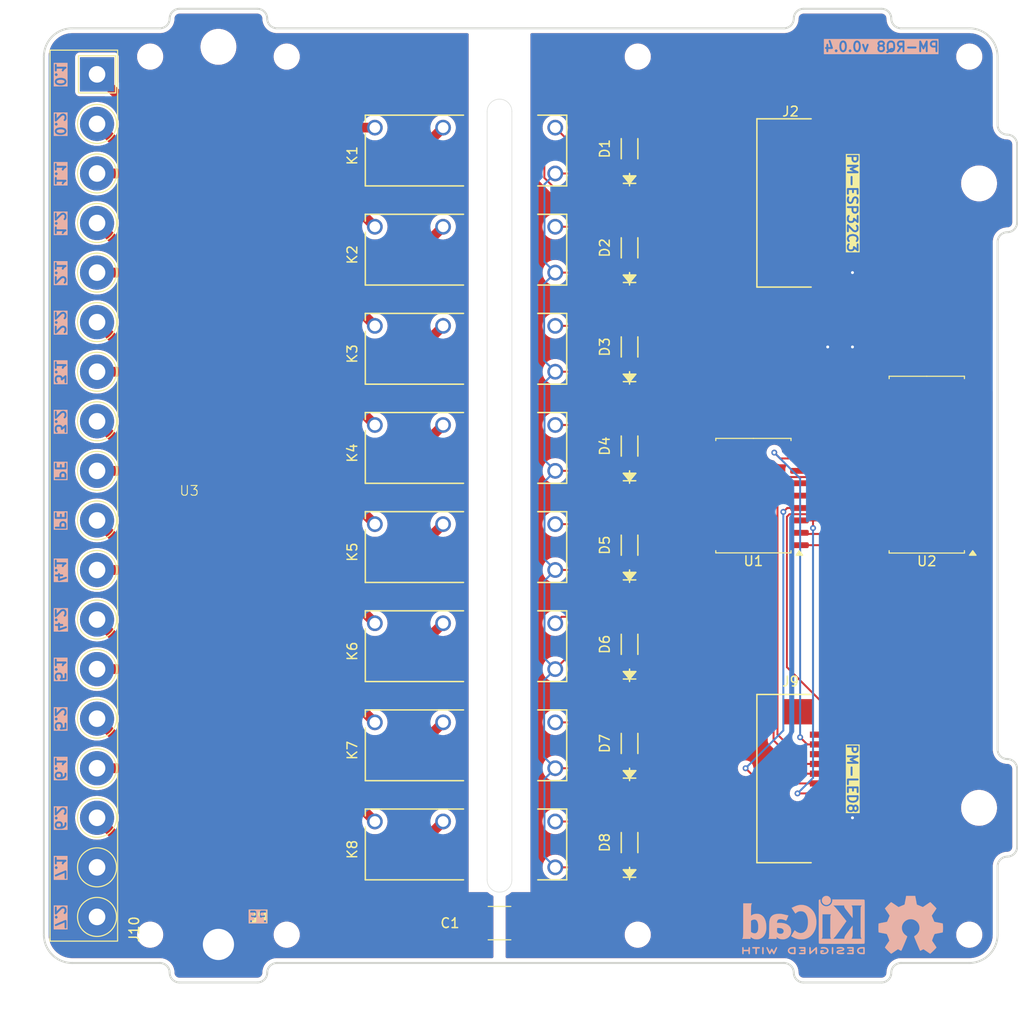
<source format=kicad_pcb>
(kicad_pcb (version 20240108) (generator "pcbnew") (generator_version "8.0")
  (title_block (title "${article} v${version}"))
  (layers (0 "F.Cu" signal) (31 "B.Cu" signal) (34 "B.Paste" user) (35 "F.Paste" user) (36 "B.SilkS" user "B.Silkscreen") (37 "F.SilkS" user "F.Silkscreen") (38 "B.Mask" user) (39 "F.Mask" user) (44 "Edge.Cuts" user))
  (property "article" "PM-RQ8")
  (property "version" "0.0.4")
  (net 0 "")
  (net 1 "GND")
  (net 2 "Net-(J10-Pin_7)")
  (net 3 "Net-(J10-Pin_16)")
  (net 4 "Net-(J10-Pin_5)")
  (net 5 "/K7")
  (net 6 "/K3")
  (net 7 "/K5")
  (net 8 "Net-(J10-Pin_9)")
  (net 9 "/K6")
  (net 10 "/K8")
  (net 11 "/K4")
  (net 12 "/K1")
  (net 13 "/K2")
  (net 14 "Net-(J10-Pin_10)")
  (net 15 "Net-(J10-Pin_4)")
  (net 16 "Net-(J10-Pin_6)")
  (net 17 "Net-(J10-Pin_14)")
  (net 18 "Net-(J10-Pin_8)")
  (net 19 "Net-(J10-Pin_15)")
  (net 20 "Net-(J10-Pin_13)")
  (net 21 "Net-(J10-Pin_12)")
  (net 22 "Net-(J10-Pin_2)")
  (net 23 "Net-(J10-Pin_3)")
  (net 24 "Net-(J10-Pin_1)")
  (net 25 "Net-(J10-Pin_11)")
  (net 26 "+5V")
  (net 27 "PE")
  (net 28 "+3.3V")
  (net 29 "/MOSI")
  (net 30 "/MISO")
  (net 31 "/SCK")
  (net 32 "/K8_exp")
  (net 33 "/K4_exp")
  (net 34 "/K7_exp")
  (net 35 "/K1_exp")
  (net 36 "/K6_exp")
  (net 37 "/K2_exp")
  (net 38 "/K3_exp")
  (net 39 "/K5_exp")
  (net 40 "/CS")
  (footprint "kicad_inventree_lib:SOD-323_STM-M" (layer "F.Cu") (at 85.06 95.22 90)
    (property "Reference" "D4")
    (property "Value" "BAT20J")
  )
  (footprint "kicad_inventree_lib:CONN10_AFA07-S10_JUS" (layer "F.Cu") (at 100.9 129.3 -90)
    (property "Reference" "J9")
    (property "Value" "AFA07-S10FCC-00")
  )
  (footprint "kicad_inventree_lib:G5NB-1A-E_DC12_RELAY_G5NB-1A_DC5_OMR" (layer "F.Cu") (at 59.14 97.76 -90)
    (property "Reference" "K4")
    (property "Value" "G5NB-1A-E-DC5")
  )
  (footprint "NextPCB:ULN2803A" (layer "F.Cu") (at 97.76 100.3 180)
    (property "Reference" "U1")
    (property "Value" "ULN2803A")
  )
  (footprint "kicad_inventree_lib:PM-LED_v0.0.1" (layer "F.Cu") (at 39.9 100.3)
    (property "Reference" "U3")
    (property "Value" "PM-LED8_v0.0.1")
  )
  (footprint "kicad_inventree_lib:G5NB-1A-E_DC12_RELAY_G5NB-1A_DC5_OMR" (layer "F.Cu") (at 59.14 107.92 -90)
    (property "Reference" "K5")
    (property "Value" "G5NB-1A-E-DC5")
  )
  (footprint "NextPCB:Degson_2EDGR-5.08-18P" (layer "F.Cu") (at 30.45 57.12 -90)
    (property "Reference" "J10")
    (property "Value" "2EDGR-5.08-18P")
  )
  (footprint "MountingHole:MountingHole_3.2mm_M3" (layer "F.Cu") (at 120.9 132.3)
    (property "Reference" "H3" (hide yes))
    (property "Value" "MountingHole" (hide yes))
  )
  (footprint "kicad_inventree_lib:G5NB-1A-E_DC12_RELAY_G5NB-1A_DC5_OMR" (layer "F.Cu") (at 59.14 118.08 -90)
    (property "Reference" "K6")
    (property "Value" "G5NB-1A-E-DC5")
  )
  (footprint "kicad_inventree_lib:PM-ESP32C3_v0.0.2" (layer "F.Cu") (at 109.9 100.3)
    (property "Reference" "U5" (hide yes))
    (property "Value" "~")
  )
  (footprint "kicad_inventree_lib:G5NB-1A-E_DC12_RELAY_G5NB-1A_DC5_OMR" (layer "F.Cu") (at 59.14 138.4 -90)
    (property "Reference" "K8")
    (property "Value" "G5NB-1A-E-DC5")
  )
  (footprint "kicad_inventree_lib:G5NB-1A-E_DC12_RELAY_G5NB-1A_DC5_OMR" (layer "F.Cu") (at 59.14 67.28 -90)
    (property "Reference" "K1")
    (property "Value" "G5NB-1A-E-DC5")
  )
  (footprint "kicad_inventree_lib:SOD-323_STM-M" (layer "F.Cu") (at 85.06 135.86 90)
    (property "Reference" "D8")
    (property "Value" "BAT20J")
  )
  (footprint "kicad_inventree_lib:SOD-323_STM-M" (layer "F.Cu") (at 85.06 64.74 90)
    (property "Reference" "D1")
    (property "Value" "BAT20J")
  )
  (footprint "MountingHole:MountingHole_3.2mm_M3" (layer "F.Cu") (at 42.9 54.3)
    (property "Reference" "H1" (hide yes))
    (property "Value" "MountingHole" (hide yes))
  )
  (footprint "kicad_inventree_lib:G5NB-1A-E_DC12_RELAY_G5NB-1A_DC5_OMR" (layer "F.Cu") (at 59.14 128.24 -90)
    (property "Reference" "K7")
    (property "Value" "G5NB-1A-E-DC5")
  )
  (footprint "kicad_inventree_lib:SOD-323_STM-M" (layer "F.Cu") (at 85.06 105.38 90)
    (property "Reference" "D5")
    (property "Value" "BAT20J")
  )
  (footprint "kicad_inventree_lib:SOD-323_STM-M" (layer "F.Cu") (at 85.06 85.06 90)
    (property "Reference" "D3")
    (property "Value" "BAT20J")
  )
  (footprint "kicad_inventree_lib:PE" (layer "F.Cu") (at 42.9 146.3)
    (property "Reference" "PE1" (hide yes))
    (property "Value" "PE")
  )
  (footprint "kicad_inventree_lib:G5NB-1A-E_DC12_RELAY_G5NB-1A_DC5_OMR" (layer "F.Cu") (at 59.14 87.6 -90)
    (property "Reference" "K3")
    (property "Value" "G5NB-1A-E-DC5")
  )
  (footprint "Package_SO:SOIC-28W_7.5x17.9mm_P1.27mm" (layer "F.Cu") (at 115.54 97.125 180)
    (property "Reference" "U2")
    (property "Value" "MCP23S17_SO")
  )
  (footprint "kicad_inventree_lib:G5NB-1A-E_DC12_RELAY_G5NB-1A_DC5_OMR" (layer "F.Cu") (at 59.14 77.44 -90)
    (property "Reference" "K2")
    (property "Value" "G5NB-1A-E-DC5")
  )
  (footprint "Capacitor_SMD:C_1812_4532Metric_Pad1.57x3.40mm_HandSolder" (layer "F.Cu") (at 71.725 144.115)
    (property "Reference" "C1")
    (property "Value" "4.7nF 2kV")
  )
  (footprint "kicad_inventree_lib:CONN10_AFA07-S10_JUS" (layer "F.Cu") (at 100.9 70.3 -90)
    (property "Reference" "J2")
    (property "Value" "AFA07-S10FCC-00")
  )
  (footprint "kicad_inventree_lib:SOD-323_STM-M" (layer "F.Cu") (at 85.06 125.7 90)
    (property "Reference" "D7")
    (property "Value" "BAT20J")
  )
  (footprint "kicad_inventree_lib:SOD-323_STM-M" (layer "F.Cu") (at 85.06 115.54 90)
    (property "Reference" "D6")
    (property "Value" "BAT20J")
  )
  (footprint "MountingHole:MountingHole_3.2mm_M3" (layer "F.Cu") (at 120.9 68.3)
    (property "Reference" "H2" (hide yes))
    (property "Value" "MountingHole" (hide yes))
  )
  (footprint "kicad_inventree_lib:SOD-323_STM-M" (layer "F.Cu") (at 85.06 74.9 90)
    (property "Reference" "D2")
    (property "Value" "BAT20J")
  )
  (footprint "Symbol:OSHW-Symbol_6.7x6mm_SilkScreen" (layer "B.Cu") (at 113.9 144.3 180)
    (property "Reference" "oshw_logo" (hide yes))
    (property "Value" "OSHW-Symbol_6.7x6mm_SilkScreen" (hide yes))
  )
  (footprint "Symbol:KiCad-Logo2_5mm_SilkScreen" (layer "B.Cu") (at 102.9 144.3 180)
    (property "Reference" "kicad_logo" (hide yes))
    (property "Value" "KiCad-Logo2_5mm_SilkScreen" (hide yes))
  )
  (gr_arc (start 123.8 127.3) (mid 123.092893 127.007107) (end 122.8 126.3) (stroke (width 0.2)) (layer "Edge.Cuts"))
  (gr_arc (start 122.8 74.3) (mid 123.092893 73.592893) (end 123.8 73.3) (stroke (width 0.2)) (layer "Edge.Cuts"))
  (gr_arc (start 101.9 51.4) (mid 102.192893 50.692893) (end 102.9 50.4) (stroke (width 0.2)) (layer "Edge.Cuts"))
  (gr_arc (start 102.9 150.2) (mid 102.192893 149.907107) (end 101.9 149.2) (stroke (width 0.2)) (layer "Edge.Cuts"))
  (gr_line (start 122.8 126.3) (end 122.8 74.3) (stroke (width 0.2)) (layer "Edge.Cuts"))
  (gr_line (start 27.9 52.4) (end 36.9 52.4) (stroke (width 0.2)) (layer "Edge.Cuts"))
  (gr_arc (start 123.8 63.3) (mid 123.092893 63.007107) (end 122.8 62.3) (stroke (width 0.2)) (layer "Edge.Cuts"))
  (gr_arc (start 122.8 145.3) (mid 121.95061 147.35061) (end 119.9 148.2) (stroke (width 0.2)) (layer "Edge.Cuts"))
  (gr_line (start 100.9 52.4) (end 48.9 52.4) (stroke (width 0.2)) (layer "Edge.Cuts"))
  (gr_arc (start 46.9 50.4) (mid 47.607107 50.692893) (end 47.9 51.4) (stroke (width 0.2)) (layer "Edge.Cuts"))
  (gr_line (start 36.9 148.2) (end 27.9 148.2) (stroke (width 0.2)) (layer "Edge.Cuts"))
  (gr_line (start 72.995 139.67) (end 72.995 60.93) (stroke (width 0.05)) (layer "Edge.Cuts"))
  (gr_arc (start 47.9 149.2) (mid 47.607107 149.907107) (end 46.9 150.2) (stroke (width 0.2)) (layer "Edge.Cuts"))
  (gr_arc (start 27.9 148.2) (mid 25.84939 147.35061) (end 25 145.3) (stroke (width 0.2)) (layer "Edge.Cuts"))
  (gr_line (start 46.9 150.2) (end 38.9 150.2) (stroke (width 0.2)) (layer "Edge.Cuts"))
  (gr_line (start 25 55.3) (end 25 145.3) (stroke (width 0.2)) (layer "Edge.Cuts"))
  (gr_arc (start 70.455 60.93) (mid 71.725 59.66) (end 72.995 60.93) (stroke (width 0.05)) (layer "Edge.Cuts"))
  (gr_line (start 102.9 50.4) (end 110.9 50.4) (stroke (width 0.2)) (layer "Edge.Cuts"))
  (gr_arc (start 25 55.3) (mid 25.84939 53.24939) (end 27.9 52.4) (stroke (width 0.2)) (layer "Edge.Cuts"))
  (gr_arc (start 124.8 136.3) (mid 124.507107 137.007107) (end 123.8 137.3) (stroke (width 0.2)) (layer "Edge.Cuts"))
  (gr_arc (start 72.995 139.67) (mid 71.725 140.94) (end 70.455 139.67) (stroke (width 0.05)) (layer "Edge.Cuts"))
  (gr_line (start 38.9 50.4) (end 46.9 50.4) (stroke (width 0.2)) (layer "Edge.Cuts"))
  (gr_arc (start 110.9 50.4) (mid 111.607107 50.692893) (end 111.9 51.4) (stroke (width 0.2)) (layer "Edge.Cuts"))
  (gr_arc (start 36.9 148.2) (mid 37.607107 148.492893) (end 37.9 149.2) (stroke (width 0.2)) (layer "Edge.Cuts"))
  (gr_line (start 112.9 52.4) (end 119.9 52.4) (stroke (width 0.2)) (layer "Edge.Cuts"))
  (gr_arc (start 111.9 149.2) (mid 112.192893 148.492893) (end 112.9 148.2) (stroke (width 0.2)) (layer "Edge.Cuts"))
  (gr_arc (start 124.8 72.3) (mid 124.507107 73.007107) (end 123.8 73.3) (stroke (width 0.2)) (layer "Edge.Cuts"))
  (gr_arc (start 122.8 138.3) (mid 123.092893 137.592893) (end 123.8 137.3) (stroke (width 0.2)) (layer "Edge.Cuts"))
  (gr_arc (start 112.9 52.4) (mid 112.192893 52.107107) (end 111.9 51.4) (stroke (width 0.2)) (layer "Edge.Cuts"))
  (gr_line (start 122.8 138.3) (end 122.8 145.3) (stroke (width 0.2)) (layer "Edge.Cuts"))
  (gr_arc (start 111.9 149.2) (mid 111.607107 149.907107) (end 110.9 150.2) (stroke (width 0.2)) (layer "Edge.Cuts"))
  (gr_arc (start 100.9 148.2) (mid 101.607107 148.492893) (end 101.9 149.2) (stroke (width 0.2)) (layer "Edge.Cuts"))
  (gr_arc (start 119.9 52.4) (mid 121.95061 53.24939) (end 122.8 55.3) (stroke (width 0.2)) (layer "Edge.Cuts"))
  (gr_arc (start 37.9 51.4) (mid 37.607107 52.107107) (end 36.9 52.4) (stroke (width 0.2)) (layer "Edge.Cuts"))
  (gr_arc (start 48.9 52.4) (mid 48.192893 52.107107) (end 47.9 51.4) (stroke (width 0.2)) (layer "Edge.Cuts"))
  (gr_arc (start 123.8 63.3) (mid 124.507107 63.592893) (end 124.8 64.3) (stroke (width 0.2)) (layer "Edge.Cuts"))
  (gr_line (start 119.9 148.2) (end 112.9 148.2) (stroke (width 0.2)) (layer "Edge.Cuts"))
  (gr_arc (start 37.9 51.4) (mid 38.192893 50.692893) (end 38.9 50.4) (stroke (width 0.2)) (layer "Edge.Cuts"))
  (gr_line (start 122.8 55.3) (end 122.8 62.3) (stroke (width 0.2)) (layer "Edge.Cuts"))
  (gr_line (start 48.9 148.2) (end 100.9 148.2) (stroke (width 0.2)) (layer "Edge.Cuts"))
  (gr_arc (start 123.8 127.3) (mid 124.507107 127.592893) (end 124.8 128.3) (stroke (width 0.2)) (layer "Edge.Cuts"))
  (gr_line (start 124.8 128.3) (end 124.8 136.3) (stroke (width 0.2)) (layer "Edge.Cuts"))
  (gr_arc (start 101.9 51.4) (mid 101.607107 52.107107) (end 100.9 52.4) (stroke (width 0.2)) (layer "Edge.Cuts"))
  (gr_arc (start 47.9 149.2) (mid 48.192893 148.492893) (end 48.9 148.2) (stroke (width 0.2)) (layer "Edge.Cuts"))
  (gr_line (start 70.455 60.93) (end 70.455 139.67) (stroke (width 0.05)) (layer "Edge.Cuts"))
  (gr_line (start 124.8 64.3) (end 124.8 72.3) (stroke (width 0.2)) (layer "Edge.Cuts"))
  (gr_arc (start 38.9 150.2) (mid 38.192893 149.907107) (end 37.9 149.2) (stroke (width 0.2)) (layer "Edge.Cuts"))
  (gr_line (start 110.9 150.2) (end 102.9 150.2) (stroke (width 0.2)) (layer "Edge.Cuts"))
  (gr_text "PE" (at 26.67 97.79 270) (layer "B.SilkS" knockout) (effects (font (size 1 1) (thickness 0.2) (bold yes)) (justify mirror)))
  (gr_text "0.2" (at 26.67 62.23 270) (layer "B.SilkS" knockout) (effects (font (size 1 1) (thickness 0.2) (bold yes)) (justify mirror)))
  (gr_text "7.2" (at 26.67 143.51 270) (layer "B.SilkS" knockout) (effects (font (size 1 1) (thickness 0.2) (bold yes)) (justify mirror)))
  (gr_text "2.2" (at 26.67 82.55 270) (layer "B.SilkS" knockout) (effects (font (size 1 1) (thickness 0.2) (bold yes)) (justify mirror)))
  (gr_text "${article} v${version}" (at 116.9 54.3 0) (layer "B.SilkS" knockout) (effects (font (size 1 1) (thickness 0.2) (bold yes)) (justify left mirror)))
  (gr_text "1.1" (at 26.67 67.31 270) (layer "B.SilkS" knockout) (effects (font (size 1 1) (thickness 0.2) (bold yes)) (justify mirror)))
  (gr_text "2.1" (at 26.67 77.47 270) (layer "B.SilkS" knockout) (effects (font (size 1 1) (thickness 0.2) (bold yes)) (justify mirror)))
  (gr_text "7.1" (at 26.67 138.43 270) (layer "B.SilkS" knockout) (effects (font (size 1 1) (thickness 0.2) (bold yes)) (justify mirror)))
  (gr_text "0.1" (at 26.67 57.15 270) (layer "B.SilkS" knockout) (effects (font (size 1 1) (thickness 0.2) (bold yes)) (justify mirror)))
  (gr_text "4.1" (at 26.67 107.95 270) (layer "B.SilkS" knockout) (effects (font (size 1 1) (thickness 0.2) (bold yes)) (justify mirror)))
  (gr_text "4.2" (at 26.67 113.03 270) (layer "B.SilkS" knockout) (effects (font (size 1 1) (thickness 0.2) (bold yes)) (justify mirror)))
  (gr_text "6.1" (at 26.67 128.27 270) (layer "B.SilkS" knockout) (effects (font (size 1 1) (thickness 0.2) (bold yes)) (justify mirror)))
  (gr_text "PE" (at 26.67 102.87 270) (layer "B.SilkS" knockout) (effects (font (size 1 1) (thickness 0.2) (bold yes)) (justify mirror)))
  (gr_text "PE" (at 46.96 143.48 -0) (layer "B.SilkS" knockout) (effects (font (size 1 1) (thickness 0.2) (bold yes)) (justify mirror)))
  (gr_text "5.1" (at 26.67 118.11 270) (layer "B.SilkS" knockout) (effects (font (size 1 1) (thickness 0.2) (bold yes)) (justify mirror)))
  (gr_text "3.1" (at 26.67 87.63 270) (layer "B.SilkS" knockout) (effects (font (size 1 1) (thickness 0.2) (bold yes)) (justify mirror)))
  (gr_text "6.2" (at 26.67 133.35 270) (layer "B.SilkS" knockout) (effects (font (size 1 1) (thickness 0.2) (bold yes)) (justify mirror)))
  (gr_text "1.2" (at 26.67 72.39 270) (layer "B.SilkS" knockout) (effects (font (size 1 1) (thickness 0.2) (bold yes)) (justify mirror)))
  (gr_text "5.2" (at 26.67 123.19 270) (layer "B.SilkS" knockout) (effects (font (size 1 1) (thickness 0.2) (bold yes)) (justify mirror)))
  (gr_text "3.2" (at 26.67 92.71 270) (layer "B.SilkS" knockout) (effects (font (size 1 1) (thickness 0.2) (bold yes)) (justify mirror)))
  (gr_text "PM-LED8" (at 107.9 129.3 -90) (layer "F.SilkS" knockout) (effects (font (size 1 1) (thickness 0.2) (bold yes))))
  (gr_text "PM-ESP32C3" (at 107.9 70.3 270) (layer "F.SilkS" knockout) (effects (font (size 1 1) (thickness 0.2) (bold yes))))
  (gr_text "PE" (at 46.96 143.48 0) (layer "F.SilkS" knockout) (effects (font (size 1 1) (thickness 0.2) (bold yes))))
  (segment (start 107.440009 133.799991) (end 107.92 133.32) (width 0.2) (layer "F.Cu") (net 1))
  (segment (start 110.89 88.87) (end 110.89 91.41) (width 0.2) (layer "F.Cu") (net 1))
  (segment (start 104.456 133.799991) (end 107.440009 133.799991) (width 0.2) (layer "F.Cu") (net 1))
  (via (at 107.92 85.06) (size 0.6) (drill 0.3) (layers "F.Cu" "B.Cu") (net 1))
  (via (at 107.92 77.44) (size 0.6) (drill 0.3) (layers "F.Cu" "B.Cu") (net 1))
  (via (at 107.92 133.32) (size 0.6) (drill 0.3) (layers "F.Cu" "B.Cu") (net 1))
  (via (at 105.38 85.06) (size 0.6) (drill 0.3) (layers "F.Cu" "B.Cu") (net 1))
  (segment (start 58.94 93.06) (end 53.48 87.6) (width 1) (layer "F.Cu") (net 2))
  (segment (start 53.48 87.6) (end 30.45 87.6) (width 1) (layer "F.Cu") (net 2))
  (segment (start 65.94 133.7) (end 64.136 135.504) (width 1) (layer "F.Cu") (net 3))
  (segment (start 64.136 135.504) (end 32.634 135.504) (width 1) (layer "F.Cu") (net 3))
  (segment (start 32.634 135.504) (end 30.45 133.32) (width 1) (layer "F.Cu") (net 3))
  (segment (start 58.94 82.9) (end 53.48 77.44) (width 1) (layer "F.Cu") (net 4))
  (segment (start 53.48 77.44) (end 30.45 77.44) (width 1) (layer "F.Cu") (net 4))
  (segment (start 83.4746 123.54) (end 84.4916 124.557) (width 0.2) (layer "F.Cu") (net 5))
  (segment (start 92.7046 104.11) (end 93.035 104.11) (width 0.2) (layer "F.Cu") (net 5))
  (segment (start 77.44 123.54) (end 83.4746 123.54) (width 0.2) (layer "F.Cu") (net 5))
  (segment (start 91.4848 115.5298) (end 91.4848 105.3298) (width 0.2) (layer "F.Cu") (net 5))
  (segment (start 85.06 124.557) (end 84.4916 124.557) (width 0.2) (layer "F.Cu") (net 5))
  (segment (start 91.4848 105.3298) (end 92.7046 104.11) (width 0.2) (layer "F.Cu") (net 5))
  (segment (start 83.4746 123.54) (end 91.4848 115.5298) (width 0.2) (layer "F.Cu") (net 5))
  (segment (start 85.6284 92.0143) (end 85.6284 83.917) (width 0.2) (layer "F.Cu") (net 6))
  (segment (start 93.035 99.03) (end 92.6441 99.03) (width 0.2) (layer "F.Cu") (net 6))
  (segment (start 85.06 83.917) (end 84.4916 83.917) (width 0.2) (layer "F.Cu") (net 6))
  (segment (start 85.06 83.917) (end 85.6284 83.917) (width 0.2) (layer "F.Cu") (net 6))
  (segment (start 77.44 82.9) (end 83.4746 82.9) (width 0.2) (layer "F.Cu") (net 6))
  (segment (start 92.6441 99.03) (end 85.6284 92.0143) (width 0.2) (layer "F.Cu") (net 6))
  (segment (start 83.4746 82.9) (end 84.4916 83.917) (width 0.2) (layer "F.Cu") (net 6))
  (segment (start 77.44 103.22) (end 83.4746 103.22) (width 0.2) (layer "F.Cu") (net 7))
  (segment (start 88.2954 101.57) (end 85.6284 104.237) (width 0.2) (layer "F.Cu") (net 7))
  (segment (start 93.035 101.57) (end 88.2954 101.57) (width 0.2) (layer "F.Cu") (net 7))
  (segment (start 85.06 104.237) (end 85.6284 104.237) (width 0.2) (layer "F.Cu") (net 7))
  (segment (start 83.4746 103.22) (end 84.4916 104.237) (width 0.2) (layer "F.Cu") (net 7))
  (segment (start 85.06 104.237) (end 84.4916 104.237) (width 0.2) (layer "F.Cu") (net 7))
  (segment (start 53.48 97.76) (end 30.45 97.76) (width 1) (layer "F.Cu") (net 8))
  (segment (start 58.94 103.22) (end 53.48 97.76) (width 1) (layer "F.Cu") (net 8))
  (segment (start 93.035 102.84) (end 92.6949 102.84) (width 0.2) (layer "F.Cu") (net 9))
  (segment (start 82.8148 112.7201) (end 84.4916 114.397) (width 0.2) (layer "F.Cu") (net 9))
  (segment (start 77.44 113.38) (end 78.0999 112.7201) (width 0.2) (layer "F.Cu") (net 9))
  (segment (start 82.8147 112.7201) (end 82.8148 112.7201) (width 0.2) (layer "F.Cu") (net 9))
  (segment (start 85.06 114.397) (end 84.4916 114.397) (width 0.2) (layer "F.Cu") (net 9))
  (segment (start 92.6949 102.84) (end 82.8148 112.7201) (width 0.2) (layer "F.Cu") (net 9))
  (segment (start 78.0999 112.7201) (end 82.8147 112.7201) (width 0.2) (layer "F.Cu") (net 9))
  (segment (start 85.06 134.717) (end 85.6284 134.717) (width 0.2) (layer "F.Cu") (net 10))
  (segment (start 93.035 105.38) (end 93.035 127.3104) (width 0.2) (layer "F.Cu") (net 10))
  (segment (start 77.44 133.7) (end 83.4746 133.7) (width 0.2) (layer "F.Cu") (net 10))
  (segment (start 85.06 134.717) (end 84.4916 134.717) (width 0.2) (layer "F.Cu") (net 10))
  (segment (start 83.4746 133.7) (end 84.4916 134.717) (width 0.2) (layer "F.Cu") (net 10))
  (segment (start 93.035 127.3104) (end 85.6284 134.717) (width 0.2) (layer "F.Cu") (net 10))
  (segment (start 93.035 100.3) (end 91.8514 100.3) (width 0.2) (layer "F.Cu") (net 11))
  (segment (start 85.06 94.077) (end 85.6284 94.077) (width 0.2) (layer "F.Cu") (net 11))
  (segment (start 83.4746 93.06) (end 84.4916 94.077) (width 0.2) (layer "F.Cu") (net 11))
  (segment (start 91.8514 100.3) (end 85.6284 94.077) (width 0.2) (layer "F.Cu") (net 11))
  (segment (start 77.44 93.06) (end 83.4746 93.06) (width 0.2) (layer "F.Cu") (net 11))
  (segment (start 85.06 94.077) (end 84.4916 94.077) (width 0.2) (layer "F.Cu") (net 11))
  (segment (start 84.4916 63.597) (end 78.5649 63.597) (width 0.2) (layer "F.Cu") (net 12))
  (segment (start 76.3241 65.8378) (end 76.3241 67.732) (width 0.2) (layer "F.Cu") (net 12))
  (segment (start 84.5267 71.6867) (end 91.4849 78.6449) (width 0.2) (layer "F.Cu") (net 12))
  (segment (start 76.3241 67.732) (end 80.2788 71.6867) (width 0.2) (layer "F.Cu") (net 12))
  (segment (start 80.2788 71.6867) (end 84.5267 71.6867) (width 0.2) (layer "F.Cu") (net 12))
  (segment (start 77.44 62.58) (end 78.511 63.6509) (width 0.2) (layer "F.Cu") (net 12))
  (segment (start 85.06 63.597) (end 84.4916 63.597) (width 0.2) (layer "F.Cu") (net 12))
  (segment (start 91.4849 95.2702) (end 92.7047 96.49) (width 0.2) (layer "F.Cu") (net 12))
  (segment (start 91.4849 78.6449) (end 91.4849 95.2702) (width 0.2) (layer "F.Cu") (net 12))
  (segment (start 92.7047 96.49) (end 93.035 96.49) (width 0.2) (layer "F.Cu") (net 12))
  (segment (start 78.511 63.6509) (end 76.3241 65.8378) (width 0.2) (layer "F.Cu") (net 12))
  (segment (start 78.5649 63.597) (end 78.511 63.6509) (width 0.2) (layer "F.Cu") (net 12))
  (segment (start 85.06 73.757) (end 84.4916 73.757) (width 0.2) (layer "F.Cu") (net 13))
  (segment (start 86.2838 74.4124) (end 85.6284 73.757) (width 0.2) (layer "F.Cu") (net 13))
  (segment (start 92.6951 97.76) (end 86.2838 91.3487) (width 0.2) (layer "F.Cu") (net 13))
  (segment (start 83.4746 72.74) (end 84.4916 73.757) (width 0.2) (layer "F.Cu") (net 13))
  (segment (start 93.035 97.76) (end 92.6951 97.76) (width 0.2) (layer "F.Cu") (net 13))
  (segment (start 85.06 73.757) (end 85.6284 73.757) (width 0.2) (layer "F.Cu") (net 13))
  (segment (start 86.2838 91.3487) (end 86.2838 74.4124) (width 0.2) (layer "F.Cu") (net 13))
  (segment (start 77.44 72.74) (end 83.4746 72.74) (width 0.2) (layer "F.Cu") (net 13))
  (segment (start 32.634 105.024) (end 30.45 102.84) (width 1) (layer "F.Cu") (net 14))
  (segment (start 65.94 103.22) (end 64.136 105.024) (width 1) (layer "F.Cu") (net 14))
  (segment (start 64.136 105.024) (end 32.634 105.024) (width 1) (layer "F.Cu") (net 14))
  (segment (start 64.136 74.544) (end 32.634 74.544) (width 1) (layer "F.Cu") (net 15))
  (segment (start 65.94 72.74) (end 64.136 74.544) (width 1) (layer "F.Cu") (net 15))
  (segment (start 32.634 74.544) (end 30.45 72.36) (width 1) (layer "F.Cu") (net 15))
  (segment (start 32.634 84.704) (end 30.45 82.52) (width 1) (layer "F.Cu") (net 16))
  (segment (start 65.94 82.9) (end 64.136 84.704) (width 1) (layer "F.Cu") (net 16))
  (segment (start 64.136 84.704) (end 32.634 84.704) (width 1) (layer "F.Cu") (net 16))
  (segment (start 64.136 125.344) (end 32.634 125.344) (width 1) (layer "F.Cu") (net 17))
  (segment (start 65.94 123.54) (end 64.136 125.344) (width 1) (layer "F.Cu") (net 17))
  (segment (start 32.634 125.344) (end 30.45 123.16) (width 1) (layer "F.Cu") (net 17))
  (segment (start 32.634 94.864) (end 30.45 92.68) (width 1) (layer "F.Cu") (net 18))
  (segment (start 64.136 94.864) (end 32.634 94.864) (width 1) (layer "F.Cu") (net 18))
  (segment (start 65.94 93.06) (end 64.136 94.864) (width 1) (layer "F.Cu") (net 18))
  (segment (start 53.48 128.24) (end 30.45 128.24) (width 1) (layer "F.Cu") (net 19))
  (segment (start 58.94 133.7) (end 53.48 128.24) (width 1) (layer "F.Cu") (net 19))
  (segment (start 58.94 123.54) (end 53.48 118.08) (width 1) (layer "F.Cu") (net 20))
  (segment (start 53.48 118.08) (end 30.45 118.08) (width 1) (layer "F.Cu") (net 20))
  (segment (start 65.94 113.38) (end 64.136 115.184) (width 1) (layer "F.Cu") (net 21))
  (segment (start 32.634 115.184) (end 30.45 113) (width 1) (layer "F.Cu") (net 21))
  (segment (start 64.136 115.184) (end 32.634 115.184) (width 1) (layer "F.Cu") (net 21))
  (segment (start 32.634 64.384) (end 30.45 62.2) (width 1) (layer "F.Cu") (net 22))
  (segment (start 64.136 64.384) (end 32.634 64.384) (width 1) (layer "F.Cu") (net 22))
  (segment (start 65.94 62.58) (end 64.136 64.384) (width 1) (layer "F.Cu") (net 22))
  (segment (start 53.48 67.28) (end 30.45 67.28) (width 1) (layer "F.Cu") (net 23))
  (segment (start 58.94 72.74) (end 53.48 67.28) (width 1) (layer "F.Cu") (net 23))
  (segment (start 35.91 62.58) (end 30.45 57.12) (width 1) (layer "F.Cu") (net 24))
  (segment (start 58.94 62.58) (end 35.91 62.58) (width 1) (layer "F.Cu") (net 24))
  (segment (start 58.94 113.38) (end 53.48 107.92) (width 1) (layer "F.Cu") (net 25))
  (segment (start 53.48 107.92) (end 30.45 107.92) (width 1) (layer "F.Cu") (net 25))
  (segment (start 85.06 65.883) (end 85.6284 65.883) (width 0.2) (layer "F.Cu") (net 26))
  (segment (start 85.06 76.043) (end 84.4916 76.043) (width 0.2) (layer "F.Cu") (net 26))
  (segment (start 104.456 65.8) (end 85.7114 65.8) (width 0.2) (layer "F.Cu") (net 26))
  (segment (start 85.06 137.003) (end 84.4916 137.003) (width 0.2) (layer "F.Cu") (net 26))
  (segment (start 85.06 116.683) (end 78.837 116.683) (width 0.2) (layer "F.Cu") (net 26))
  (segment (start 77.44 67.28) (end 83.0946 67.28) (width 0.2) (layer "F.Cu") (net 26))
  (segment (start 85.7114 65.8) (end 85.6284 65.883) (width 0.2) (layer "F.Cu") (net 26))
  (segment (start 78.837 116.683) (end 77.44 118.08) (width 0.2) (layer "F.Cu") (net 26))
  (segment (start 94.3156 96.1482) (end 94.3156 101.8884) (width 0.2) (layer "F.Cu") (net 26))
  (segment (start 77.44 138.4) (end 83.0946 138.4) (width 0.2) (layer "F.Cu") (net 26))
  (segment (start 83.0946 77.44) (end 84.4916 76.043) (width 0.2) (layer "F.Cu") (net 26))
  (segment (start 93.3874 95.22) (end 94.3156 96.1482) (width 0.2) (layer "F.Cu") (net 26))
  (segment (start 85.06 126.843) (end 84.4916 126.843) (width 0.2) (layer "F.Cu") (net 26))
  (segment (start 77.44 128.24) (end 83.0946 128.24) (width 0.2) (layer "F.Cu") (net 26))
  (segment (start 93.035 95.22) (end 93.3874 95.22) (width 0.2) (layer "F.Cu") (net 26))
  (segment (start 83.0946 97.76) (end 84.4916 96.363) (width 0.2) (layer "F.Cu") (net 26))
  (segment (start 85.06 65.883) (end 84.4916 65.883) (width 0.2) (layer "F.Cu") (net 26))
  (segment (start 77.44 87.6) (end 83.0946 87.6) (width 0.2) (layer "F.Cu") (net 26))
  (segment (start 83.0946 138.4) (end 84.4916 137.003) (width 0.2) (layer "F.Cu") (net 26))
  (segment (start 93.999 102.205) (end 89.9464 102.205) (width 0.2) (layer "F.Cu") (net 26))
  (segment (start 83.0946 107.92) (end 84.4916 106.523) (width 0.2) (layer "F.Cu") (net 26))
  (segment (start 83.0946 87.6) (end 84.4916 86.203) (width 0.2) (layer "F.Cu") (net 26))
  (segment (start 85.06 106.523) (end 84.4916 106.523) (width 0.2) (layer "F.Cu") (net 26))
  (segment (start 94.3156 101.8884) (end 93.999 102.205) (width 0.2) (layer "F.Cu") (net 26))
  (segment (start 77.44 97.76) (end 83.0946 97.76) (width 0.2) (layer "F.Cu") (net 26))
  (segment (start 83.0946 67.28) (end 84.4916 65.883) (width 0.2) (layer "F.Cu") (net 26))
  (segment (start 83.0946 128.24) (end 84.4916 126.843) (width 0.2) (layer "F.Cu") (net 26))
  (segment (start 85.06 106.523) (end 85.6284 106.523) (width 0.2) (layer "F.Cu") (net 26))
  (segment (start 85.06 96.363) (end 84.4916 96.363) (width 0.2) (layer "F.Cu") (net 26))
  (segment (start 77.44 107.92) (end 83.0946 107.92) (width 0.2) (layer "F.Cu") (net 26))
  (segment (start 89.9464 102.205) (end 85.6284 106.523) (width 0.2) (layer "F.Cu") (net 26))
  (segment (start 77.44 77.44) (end 83.0946 77.44) (width 0.2) (layer "F.Cu") (net 26))
  (segment (start 85.06 86.203) (end 84.4916 86.203) (width 0.2) (layer "F.Cu") (net 26))
  (segment (start 77.44 138.4) (end 76.3343 137.2943) (width 0.2) (layer "B.Cu") (net 26))
  (segment (start 76.2966 78.5834) (end 76.2966 86.4566) (width 0.2) (layer "B.Cu") (net 26))
  (segment (start 77.44 118.08) (end 76.2966 119.2234) (width 0.2) (layer "B.Cu") (net 26))
  (segment (start 76.3343 129.3457) (end 77.44 128.24) (width 0.2) (layer "B.Cu") (net 26))
  (segment (start 77.44 87.6) (end 76.3343 88.7057) (width 0.2) (layer "B.Cu") (net 26))
  (segment (start 77.44 118.08) (end 76.3343 116.9743) (width 0.2) (layer "B.Cu") (net 26))
  (segment (start 76.3343 106.8143) (end 76.3343 98.8657) (width 0.2) (layer "B.Cu") (net 26))
  (segment (start 76.3343 137.2943) (end 76.3343 129.3457) (width 0.2) (layer "B.Cu") (net 26))
  (segment (start 76.3343 88.7057) (end 76.3343 96.6543) (width 0.2) (layer "B.Cu") (net 26))
  (segment (start 76.2966 86.4566) (end 77.44 87.6) (width 0.2) (layer "B.Cu") (net 26))
  (segment (start 77.44 107.92) (end 76.3343 106.8143) (width 0.2) (layer "B.Cu") (net 26))
  (segment (start 77.44 77.44) (end 76.2966 78.5834) (width 0.2) (layer "B.Cu") (net 26))
  (segment (start 76.3343 68.3857) (end 77.44 67.28) (width 0.2) (layer "B.Cu") (net 26))
  (segment (start 76.2966 119.2234) (end 76.2966 127.0966) (width 0.2) (layer "B.Cu") (net 26))
  (segment (start 76.3343 116.9743) (end 76.3343 109.0257) (width 0.2) (layer "B.Cu") (net 26))
  (segment (start 76.3343 96.6543) (end 77.44 97.76) (width 0.2) (layer "B.Cu") (net 26))
  (segment (start 76.3343 109.0257) (end 77.44 107.92) (width 0.2) (layer "B.Cu") (net 26))
  (segment (start 76.3343 98.8657) (end 77.44 97.76) (width 0.2) (layer "B.Cu") (net 26))
  (segment (start 76.2966 127.0966) (end 77.44 128.24) (width 0.2) (layer "B.Cu") (net 26))
  (segment (start 77.44 77.44) (end 76.3343 76.3343) (width 0.2) (layer "B.Cu") (net 26))
  (segment (start 76.3343 76.3343) (end 76.3343 68.3857) (width 0.2) (layer "B.Cu") (net 26))
  (segment (start 103.2526 66.8) (end 100.4814 69.5712) (width 0.2) (layer "F.Cu") (net 28))
  (segment (start 104.456 66.8) (end 103.2526 66.8) (width 0.2) (layer "F.Cu") (net 28))
  (segment (start 111.4154 92.68) (end 113.9554 95.22) (width 0.2) (layer "F.Cu") (net 28))
  (segment (start 100.4814 69.5712) (end 100.4814 82.7208) (width 0.2) (layer "F.Cu") (net 28))
  (segment (start 110.4406 92.68) (end 110.89 92.68) (width 0.2) (layer "F.Cu") (net 28))
  (segment (start 110.89 92.68) (end 111.4154 92.68) (width 0.2) (layer "F.Cu") (net 28))
  (segment (start 113.9554 95.22) (end 120.19 95.22) (width 0.2) (layer "F.Cu") (net 28))
  (segment (start 100.4814 82.7208) (end 110.4406 92.68) (width 0.2) (layer "F.Cu") (net 28))
  (segment (start 121.5525 89.2361) (end 121.5525 83.6931) (width 0.2) (layer "F.Cu") (net 29))
  (segment (start 104.456 67.8) (end 105.6594 67.8) (width 0.2) (layer "F.Cu") (net 29))
  (segment (start 120.6486 90.14) (end 121.5525 89.2361) (width 0.2) (layer "F.Cu") (net 29))
  (segment (start 121.5525 83.6931) (end 105.6594 67.8) (width 0.2) (layer "F.Cu") (net 29))
  (segment (start 120.19 90.14) (end 120.6486 90.14) (width 0.2) (layer "F.Cu") (net 29))
  (segment (start 104.456 68.8) (end 105.6594 68.8) (width 0.2) (layer "F.Cu") (net 30))
  (segment (start 120.19 83.3306) (end 105.6594 68.8) (width 0.2) (layer "F.Cu") (net 30))
  (segment (start 120.19 88.87) (end 120.19 83.3306) (width 0.2) (layer "F.Cu") (net 30))
  (segment (start 119.7757 91.41) (end 109.063 80.6973) (width 0.2) (layer "F.Cu") (net 31))
  (segment (start 120.19 91.41) (end 119.7757 91.41) (width 0.2) (layer "F.Cu") (net 31))
  (segment (start 105.275201 69.8) (end 104.456 69.8) (width 0.2) (layer "F.Cu") (net 31))
  (segment (start 109.063 73.587799) (end 105.275201 69.8) (width 0.2) (layer "F.Cu") (net 31))
  (segment (start 109.063 80.6973) (end 109.063 73.587799) (width 0.2) (layer "F.Cu") (net 31))
  (segment (start 106.0695 132.3899) (end 105.6594 132.8) (width 0.2) (layer "F.Cu") (net 32))
  (segment (start 104.456 132.8) (end 105.6594 132.8) (width 0.2) (layer "F.Cu") (net 32))
  (segment (start 110.89 105.38) (end 106.0695 105.38) (width 0.2) (layer "F.Cu") (net 32))
  (segment (start 106.0695 105.38) (end 106.0695 132.3899) (width 0.2) (layer "F.Cu") (net 32))
  (segment (start 106.0695 105.38) (end 102.485 105.38) (width 0.2) (layer "F.Cu") (net 32))
  (segment (start 112.2468 99.4016) (end 112.2468 98.6971) (width 0.2) (layer "F.Cu") (net 33))
  (segment (start 111.9447 98.395) (end 101.4717 98.395) (width 0.2) (layer "F.Cu") (net 33))
  (segment (start 101.4717 98.395) (end 99.8279 100.0388) (width 0.2) (layer "F.Cu") (net 33))
  (segment (start 111.3484 100.3) (end 112.2468 99.4016) (width 0.2) (layer "F.Cu") (net 33))
  (segment (start 102.485 100.3) (end 110.89 100.3) (width 0.2) (layer "F.Cu") (net 33))
  (segment (start 110.89 100.3) (end 111.3484 100.3) (width 0.2) (layer "F.Cu") (net 33))
  (segment (start 104.456 128.8) (end 103.2526 128.8) (width 0.2) (layer "F.Cu") (net 33))
  (segment (start 99.8279 125.3753) (end 103.2526 128.8) (width 0.2) (layer "F.Cu") (net 33))
  (segment (start 112.2468 98.6971) (end 111.9447 98.395) (width 0.2) (layer "F.Cu") (net 33))
  (segment (start 99.8279 100.0388) (end 99.8279 125.3753) (width 0.2) (layer "F.Cu") (net 33))
  (segment (start 110.7729 104.2271) (end 110.89 104.11) (width 0.2) (layer "F.Cu") (net 34))
  (segment (start 102.485 104.11) (end 102.6021 104.2271) (width 0.2) (layer "F.Cu") (net 34))
  (segment (start 103.2526 131.8) (end 103.2526 134.3078) (width 0.2) (layer "F.Cu") (net 34))
  (segment (start 111.3394 104.11) (end 110.89 104.11) (width 0.2) (layer "F.Cu") (net 34))
  (segment (start 108.9798 134.4192) (end 112.2244 131.1746) (width 0.2) (layer "F.Cu") (net 34))
  (segment (start 112.2244 104.995) (end 111.3394 104.11) (width 0.2) (layer "F.Cu") (net 34))
  (segment (start 102.6021 104.2271) (end 110.7729 104.2271) (width 0.2) (layer "F.Cu") (net 34))
  (segment (start 112.2244 131.1746) (end 112.2244 104.995) (width 0.2) (layer "F.Cu") (net 34))
  (segment (start 103.2526 134.3078) (end 103.364 134.4192) (width 0.2) (layer "F.Cu") (net 34))
  (segment (start 103.364 134.4192) (end 108.9798 134.4192) (width 0.2) (layer "F.Cu") (net 34))
  (segment (start 104.456 131.8) (end 103.2526 131.8) (width 0.2) (layer "F.Cu") (net 34))
  (segment (start 110.89 96.49) (end 102.485 96.49) (width 0.2) (layer "F.Cu") (net 35))
  (segment (start 103.2526 125.7694) (end 103.2526 125.8) (width 0.2) (layer "F.Cu") (net 35))
  (segment (start 104.456 125.8) (end 103.2526 125.8) (width 0.2) (layer "F.Cu") (net 35))
  (segment (start 100.5028 96.49) (end 99.9006 95.8878) (width 0.2) (layer "F.Cu") (net 35))
  (segment (start 102.5509 125.0677) (end 103.2526 125.7694) (width 0.2) (layer "F.Cu") (net 35))
  (segment (start 102.485 96.49) (end 100.5028 96.49) (width 0.2) (layer "F.Cu") (net 35))
  (via (at 99.9006 95.8878) (size 0.6) (drill 0.3) (layers "F.Cu" "B.Cu") (net 35))
  (via (at 102.5509 125.0677) (size 0.6) (drill 0.3) (layers "F.Cu" "B.Cu") (net 35))
  (segment (start 102.5509 98.5381) (end 102.5509 125.0677) (width 0.2) (layer "B.Cu") (net 35))
  (segment (start 99.9006 95.8878) (end 102.5509 98.5381) (width 0.2) (layer "B.Cu") (net 35))
  (segment (start 102.2839 130.822) (end 103.2306 130.822) (width 0.2) (layer "F.Cu") (net 36))
  (segment (start 103.874 102.84) (end 103.874 103.6254) (width 0.2) (layer "F.Cu") (net 36))
  (segment (start 103.874 102.84) (end 102.485 102.84) (width 0.2) (layer "F.Cu") (net 36))
  (segment (start 104.456 130.8) (end 103.2526 130.8) (width 0.2) (layer "F.Cu") (net 36))
  (segment (start 103.2306 130.822) (end 103.2526 130.8) (width 0.2) (layer "F.Cu") (net 36))
  (segment (start 110.89 102.84) (end 103.874 102.84) (width 0.2) (layer "F.Cu") (net 36))
  (via (at 103.874 103.6254) (size 0.6) (drill 0.3) (layers "F.Cu" "B.Cu") (net 36))
  (via (at 102.2839 130.822) (size 0.6) (drill 0.3) (layers "F.Cu" "B.Cu") (net 36))
  (segment (start 103.874 129.2319) (end 102.2839 130.822) (width 0.2) (layer "B.Cu") (net 36))
  (segment (start 103.874 103.6254) (end 103.874 129.2319) (width 0.2) (layer "B.Cu") (net 36))
  (segment (start 101.1911 117.8753) (end 101.1911 102.473) (width 0.2) (layer "F.Cu") (net 37))
  (segment (start 112.67 101.5396) (end 112.67 98.5234) (width 0.2) (layer "F.Cu") (net 37))
  (segment (start 112.67 98.5234) (end 111.9066 97.76) (width 0.2) (layer "F.Cu") (net 37))
  (segment (start 101.1911 102.473) (end 101.4591 102.205) (width 0.2) (layer "F.Cu") (net 37))
  (segment (start 112.0046 102.205) (end 112.67 101.5396) (width 0.2) (layer "F.Cu") (net 37))
  (segment (start 105.6594 122.3436) (end 101.1911 117.8753) (width 0.2) (layer "F.Cu") (net 37))
  (segment (start 102.485 97.76) (end 110.89 97.76) (width 0.2) (layer "F.Cu") (net 37))
  (segment (start 105.6594 126.8) (end 105.6594 122.3436) (width 0.2) (layer "F.Cu") (net 37))
  (segment (start 104.456 126.8) (end 105.6594 126.8) (width 0.2) (layer "F.Cu") (net 37))
  (segment (start 111.9066 97.76) (end 110.89 97.76) (width 0.2) (layer "F.Cu") (net 37))
  (segment (start 101.4591 102.205) (end 112.0046 102.205) (width 0.2) (layer "F.Cu") (net 37))
  (segment (start 102.485 99.03) (end 102.091 99.03) (width 0.2) (layer "F.Cu") (net 38))
  (segment (start 104.456 127.8) (end 103.2526 127.8) (width 0.2) (layer "F.Cu") (net 38))
  (segment (start 100.2296 100.8914) (end 100.2296 124.777) (width 0.2) (layer "F.Cu") (net 38))
  (segment (start 102.485 99.03) (end 110.89 99.03) (width 0.2) (layer "F.Cu") (net 38))
  (segment (start 102.091 99.03) (end 100.2296 100.8914) (width 0.2) (layer "F.Cu") (net 38))
  (segment (start 100.2296 124.777) (end 103.2526 127.8) (width 0.2) (layer "F.Cu") (net 38))
  (segment (start 98.5184 129.8) (end 96.9594 128.241) (width 0.2) (layer "F.Cu") (net 39))
  (segment (start 110.89 101.57) (end 102.485 101.57) (width 0.2) (layer "F.Cu") (net 39))
  (segment (start 104.456 129.8) (end 98.5184 129.8) (width 0.2) (layer "F.Cu") (net 39))
  (segment (start 100.8313 101.9659) (end 101.2272 101.57) (width 0.2) (layer "F.Cu") (net 39))
  (segment (start 101.2272 101.57) (end 102.485 101.57) (width 0.2) (layer "F.Cu") (net 39))
  (via (at 100.8313 101.9659) (size 0.6) (drill 0.3) (layers "F.Cu" "B.Cu") (net 39))
  (via (at 96.9594 128.241) (size 0.6) (drill 0.3) (layers "F.Cu" "B.Cu") (net 39))
  (segment (start 100.8313 124.3691) (end 100.8313 101.9659) (width 0.2) (layer "B.Cu") (net 39))
  (segment (start 96.9594 128.241) (end 100.8313 124.3691) (width 0.2) (layer "B.Cu") (net 39))
  (segment (start 104.0863 75.7296) (end 103.9096 75.5529) (width 0.2) (layer "F.Cu") (net 40))
  (segment (start 104.0863 77.0528) (end 104.0863 75.7296) (width 0.2) (layer "F.Cu") (net 40))
  (segment (start 103.4989 75.5529) (end 103.2526 75.3066) (width 0.2) (layer "F.Cu") (net 40))
  (segment (start 103.2526 75.3066) (end 103.2526 70.8) (width 0.2) (layer "F.Cu") (net 40))
  (segment (start 119.7135 92.68) (end 104.0863 77.0528) (width 0.2) (layer "F.Cu") (net 40))
  (segment (start 120.19 92.68) (end 119.7135 92.68) (width 0.2) (layer "F.Cu") (net 40))
  (segment (start 103.9096 75.5529) (end 103.4989 75.5529) (width 0.2) (layer "F.Cu") (net 40))
  (segment (start 104.456 70.8) (end 103.2526 70.8) (width 0.2) (layer "F.Cu") (net 40))
  (zone (net 27) (net_name "PE") (layers "F&B.Cu") (priority 1) (connect_pads yes (clearance 0.5)) (min_thickness 0.25) (fill yes (thermal_gap 0.5) (thermal_bridge_width 0.5))
    (polygon (pts (xy 24.9 50.3) (xy 68.55 49.5) (xy 68.55 140.94) (xy 71.09 140.94) (xy 71.09 150.465) (xy 24.9 150.3)))
  )
  (zone (net 1) (net_name "GND") (layers "F&B.Cu") (connect_pads yes (clearance 0.5)) (min_thickness 0.25) (fill yes (thermal_gap 0.5) (thermal_bridge_width 0.5))
    (polygon (pts (xy 74.9 49.5) (xy 124.9 50.3) (xy 124.9 150.3) (xy 72.36 150.465) (xy 72.36 140.94) (xy 74.9 140.94)))
  )
)
</source>
